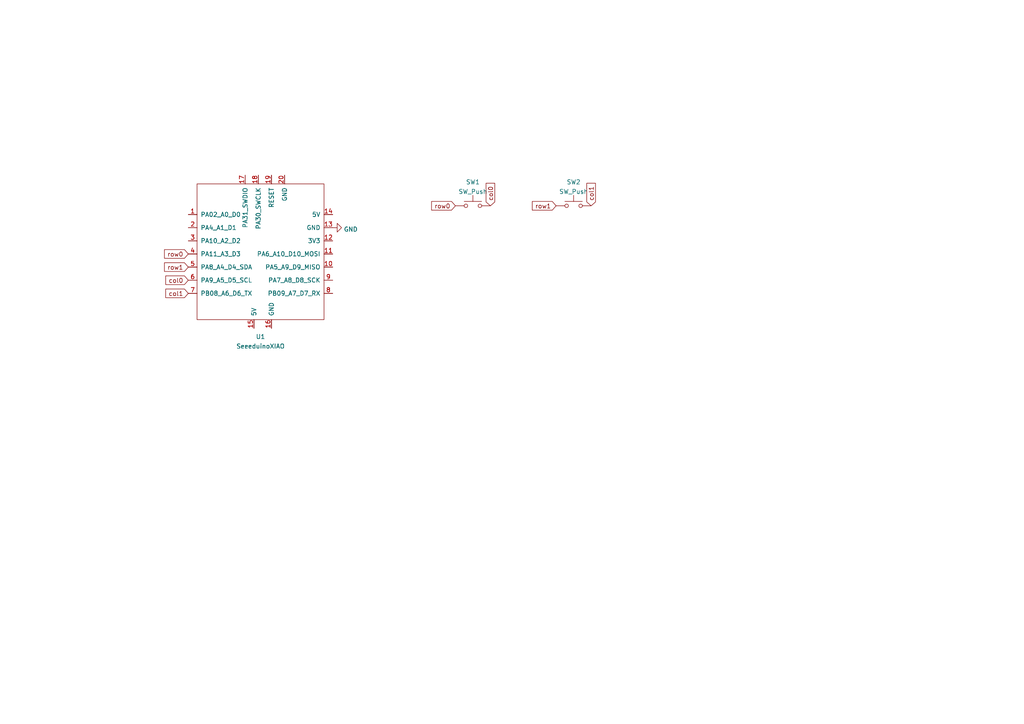
<source format=kicad_sch>
(kicad_sch (version 20210621) (generator eeschema)
  (paper "A4")
  (lib_symbols
    (symbol "Seeeduino XIAO:SeeeduinoXIAO" (pin_names (offset 1.016))
      (property "Reference" "U" (at -19.05 22.86 0))
      (property "Value" "SeeeduinoXIAO" (at -12.7 21.59 0))
      (symbol "SeeeduinoXIAO_0_1"
        (rectangle (start -19.05 20.32) (end 17.78 -19.05))
      )
      (symbol "SeeeduinoXIAO_1_1"
        (pin unspecified line (at -21.59 11.43 0) (length 2.54) (name "PA02_A0_D0") (number "1"))
        (pin unspecified line (at 20.32 -3.81 180) (length 2.54) (name "PA5_A9_D9_MISO") (number "10"))
        (pin unspecified line (at 20.32 0 180) (length 2.54) (name "PA6_A10_D10_MOSI") (number "11"))
        (pin unspecified line (at 20.32 3.81 180) (length 2.54) (name "3V3") (number "12"))
        (pin unspecified line (at 20.32 7.62 180) (length 2.54) (name "GND") (number "13"))
        (pin unspecified line (at 20.32 11.43 180) (length 2.54) (name "5V") (number "14"))
        (pin input line (at -2.54 -21.59 90) (length 2.54) (name "5V") (number "15"))
        (pin input line (at 2.54 -21.59 90) (length 2.54) (name "GND") (number "16"))
        (pin input line (at -5.08 22.86 270) (length 2.54) (name "PA31_SWDIO") (number "17"))
        (pin input line (at -1.27 22.86 270) (length 2.54) (name "PA30_SWCLK") (number "18"))
        (pin input line (at 2.54 22.86 270) (length 2.54) (name "RESET") (number "19"))
        (pin unspecified line (at -21.59 7.62 0) (length 2.54) (name "PA4_A1_D1") (number "2"))
        (pin input line (at 6.35 22.86 270) (length 2.54) (name "GND") (number "20"))
        (pin unspecified line (at -21.59 3.81 0) (length 2.54) (name "PA10_A2_D2") (number "3"))
        (pin unspecified line (at -21.59 0 0) (length 2.54) (name "PA11_A3_D3") (number "4"))
        (pin unspecified line (at -21.59 -3.81 0) (length 2.54) (name "PA8_A4_D4_SDA") (number "5"))
        (pin unspecified line (at -21.59 -7.62 0) (length 2.54) (name "PA9_A5_D5_SCL") (number "6"))
        (pin unspecified line (at -21.59 -11.43 0) (length 2.54) (name "PB08_A6_D6_TX") (number "7"))
        (pin unspecified line (at 20.32 -11.43 180) (length 2.54) (name "PB09_A7_D7_RX") (number "8"))
        (pin unspecified line (at 20.32 -7.62 180) (length 2.54) (name "PA7_A8_D8_SCK") (number "9"))
      )
    )
    (symbol "Switch:SW_Push" (pin_numbers hide) (pin_names (offset 1.016) hide)
      (property "Reference" "SW" (at 1.27 2.54 0))
      (property "Value" "SW_Push" (at 0 -1.524 0))
      (symbol "SW_Push_0_1"
        (circle (center -2.032 0) (radius 0.508))
        (circle (center 2.032 0) (radius 0.508))
        (polyline (pts (xy 0 1.27) (xy 0 3.048)))
        (polyline (pts (xy 2.54 1.27) (xy -2.54 1.27)))
        (pin passive line (at -5.08 0 0) (length 2.54) (name "1") (number "1"))
        (pin passive line (at 5.08 0 180) (length 2.54) (name "2") (number "2"))
      )
    )
    (symbol "power:GND" (power) (pin_names (offset 0))
      (property "Value" "GND" (at 0 -3.81 0))
      (symbol "GND_0_1"
        (polyline (pts (xy 0 0) (xy 0 -1.27) (xy 1.27 -1.27) (xy 0 -2.54) (xy -1.27 -1.27) (xy 0 -1.27)))
      )
      (symbol "GND_1_1"
        (pin power_in line (at 0 0 270) (length 0) hide (name "GND") (number "1"))
      )
    )
  )
  (global_label "row0" (shape input) (at 54.61 73.66 180) (property "Intersheet References" "${INTERSHEET_REFS}" (effects hide)))
  (global_label "row1" (shape input) (at 54.61 77.47 180) (property "Intersheet References" "${INTERSHEET_REFS}" (effects hide)))
  (global_label "col0" (shape input) (at 54.61 81.28 180) (property "Intersheet References" "${INTERSHEET_REFS}" (effects hide)))
  (global_label "col1" (shape input) (at 54.61 85.09 180) (property "Intersheet References" "${INTERSHEET_REFS}" (effects hide)))
  (global_label "row0" (shape input) (at 132.08 59.69 180) (property "Intersheet References" "${INTERSHEET_REFS}" (effects hide)))
  (global_label "col0" (shape input) (at 142.24 59.69 90) (property "Intersheet References" "${INTERSHEET_REFS}" (effects hide)))
  (global_label "row1" (shape input) (at 161.29 59.69 180) (property "Intersheet References" "${INTERSHEET_REFS}" (effects hide)))
  (global_label "col1" (shape input) (at 171.45 59.69 90) (property "Intersheet References" "${INTERSHEET_REFS}" (effects hide)))
  (symbol (lib_id "power:GND") (at 96.52 66.04 90) (unit 1)
    (property "Reference" "#PWR0101" (effects hide))
    (property "Value" "GND" (at 99.6951 66.519 90) (effects (justify right)))
  )
  (symbol (lib_id "Switch:SW_Push") (at 137.16 59.69 0) (unit 1)
    (property "Reference" "SW1" (at 137.16 52.8024 0))
    (property "Value" "SW_Push" (at 137.16 55.5775 0))
    (property "Footprint" "foostan kbd master kicad-footprints-kbd:CherryMX_Choc_1u" (effects hide))
  )
  (symbol (lib_id "Switch:SW_Push") (at 166.37 59.69 0) (unit 1)
    (property "Reference" "SW2" (at 166.37 52.8024 0))
    (property "Value" "SW_Push" (at 166.37 55.5775 0))
    (property "Footprint" "foostan kbd master kicad-footprints-kbd:CherryMX_Choc_1u" (effects hide))
  )
  (symbol (lib_id "Seeeduino XIAO:SeeeduinoXIAO") (at 76.2 73.66 0) (unit 1)
    (property "Reference" "U1" (at 75.565 97.6536 0))
    (property "Value" "SeeeduinoXIAO" (at 75.565 100.4287 0))
    (property "Footprint" "Seeeduino XIAO KICAD:Seeeduino XIAO-MOUDLE14P-2.54-21X17.8MM" (effects hide))
  )
)
</source>
